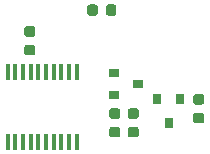
<source format=gbr>
G04 #@! TF.GenerationSoftware,KiCad,Pcbnew,(5.1.2)-2*
G04 #@! TF.CreationDate,2020-03-05T19:43:02-05:00*
G04 #@! TF.ProjectId,AddressableLED,41646472-6573-4736-9162-6c654c45442e,rev?*
G04 #@! TF.SameCoordinates,Original*
G04 #@! TF.FileFunction,Paste,Bot*
G04 #@! TF.FilePolarity,Positive*
%FSLAX46Y46*%
G04 Gerber Fmt 4.6, Leading zero omitted, Abs format (unit mm)*
G04 Created by KiCad (PCBNEW (5.1.2)-2) date 2020-03-05 19:43:02*
%MOMM*%
%LPD*%
G04 APERTURE LIST*
%ADD10C,0.100000*%
%ADD11C,0.875000*%
%ADD12R,0.450000X1.450000*%
%ADD13R,0.900000X0.800000*%
%ADD14R,0.800000X0.900000*%
G04 APERTURE END LIST*
D10*
G36*
X139227691Y-102976053D02*
G01*
X139248926Y-102979203D01*
X139269750Y-102984419D01*
X139289962Y-102991651D01*
X139309368Y-103000830D01*
X139327781Y-103011866D01*
X139345024Y-103024654D01*
X139360930Y-103039070D01*
X139375346Y-103054976D01*
X139388134Y-103072219D01*
X139399170Y-103090632D01*
X139408349Y-103110038D01*
X139415581Y-103130250D01*
X139420797Y-103151074D01*
X139423947Y-103172309D01*
X139425000Y-103193750D01*
X139425000Y-103631250D01*
X139423947Y-103652691D01*
X139420797Y-103673926D01*
X139415581Y-103694750D01*
X139408349Y-103714962D01*
X139399170Y-103734368D01*
X139388134Y-103752781D01*
X139375346Y-103770024D01*
X139360930Y-103785930D01*
X139345024Y-103800346D01*
X139327781Y-103813134D01*
X139309368Y-103824170D01*
X139289962Y-103833349D01*
X139269750Y-103840581D01*
X139248926Y-103845797D01*
X139227691Y-103848947D01*
X139206250Y-103850000D01*
X138693750Y-103850000D01*
X138672309Y-103848947D01*
X138651074Y-103845797D01*
X138630250Y-103840581D01*
X138610038Y-103833349D01*
X138590632Y-103824170D01*
X138572219Y-103813134D01*
X138554976Y-103800346D01*
X138539070Y-103785930D01*
X138524654Y-103770024D01*
X138511866Y-103752781D01*
X138500830Y-103734368D01*
X138491651Y-103714962D01*
X138484419Y-103694750D01*
X138479203Y-103673926D01*
X138476053Y-103652691D01*
X138475000Y-103631250D01*
X138475000Y-103193750D01*
X138476053Y-103172309D01*
X138479203Y-103151074D01*
X138484419Y-103130250D01*
X138491651Y-103110038D01*
X138500830Y-103090632D01*
X138511866Y-103072219D01*
X138524654Y-103054976D01*
X138539070Y-103039070D01*
X138554976Y-103024654D01*
X138572219Y-103011866D01*
X138590632Y-103000830D01*
X138610038Y-102991651D01*
X138630250Y-102984419D01*
X138651074Y-102979203D01*
X138672309Y-102976053D01*
X138693750Y-102975000D01*
X139206250Y-102975000D01*
X139227691Y-102976053D01*
X139227691Y-102976053D01*
G37*
D11*
X138950000Y-103412500D03*
D10*
G36*
X139227691Y-104551053D02*
G01*
X139248926Y-104554203D01*
X139269750Y-104559419D01*
X139289962Y-104566651D01*
X139309368Y-104575830D01*
X139327781Y-104586866D01*
X139345024Y-104599654D01*
X139360930Y-104614070D01*
X139375346Y-104629976D01*
X139388134Y-104647219D01*
X139399170Y-104665632D01*
X139408349Y-104685038D01*
X139415581Y-104705250D01*
X139420797Y-104726074D01*
X139423947Y-104747309D01*
X139425000Y-104768750D01*
X139425000Y-105206250D01*
X139423947Y-105227691D01*
X139420797Y-105248926D01*
X139415581Y-105269750D01*
X139408349Y-105289962D01*
X139399170Y-105309368D01*
X139388134Y-105327781D01*
X139375346Y-105345024D01*
X139360930Y-105360930D01*
X139345024Y-105375346D01*
X139327781Y-105388134D01*
X139309368Y-105399170D01*
X139289962Y-105408349D01*
X139269750Y-105415581D01*
X139248926Y-105420797D01*
X139227691Y-105423947D01*
X139206250Y-105425000D01*
X138693750Y-105425000D01*
X138672309Y-105423947D01*
X138651074Y-105420797D01*
X138630250Y-105415581D01*
X138610038Y-105408349D01*
X138590632Y-105399170D01*
X138572219Y-105388134D01*
X138554976Y-105375346D01*
X138539070Y-105360930D01*
X138524654Y-105345024D01*
X138511866Y-105327781D01*
X138500830Y-105309368D01*
X138491651Y-105289962D01*
X138484419Y-105269750D01*
X138479203Y-105248926D01*
X138476053Y-105227691D01*
X138475000Y-105206250D01*
X138475000Y-104768750D01*
X138476053Y-104747309D01*
X138479203Y-104726074D01*
X138484419Y-104705250D01*
X138491651Y-104685038D01*
X138500830Y-104665632D01*
X138511866Y-104647219D01*
X138524654Y-104629976D01*
X138539070Y-104614070D01*
X138554976Y-104599654D01*
X138572219Y-104586866D01*
X138590632Y-104575830D01*
X138610038Y-104566651D01*
X138630250Y-104559419D01*
X138651074Y-104554203D01*
X138672309Y-104551053D01*
X138693750Y-104550000D01*
X139206250Y-104550000D01*
X139227691Y-104551053D01*
X139227691Y-104551053D01*
G37*
D11*
X138950000Y-104987500D03*
D10*
G36*
X146077691Y-101126053D02*
G01*
X146098926Y-101129203D01*
X146119750Y-101134419D01*
X146139962Y-101141651D01*
X146159368Y-101150830D01*
X146177781Y-101161866D01*
X146195024Y-101174654D01*
X146210930Y-101189070D01*
X146225346Y-101204976D01*
X146238134Y-101222219D01*
X146249170Y-101240632D01*
X146258349Y-101260038D01*
X146265581Y-101280250D01*
X146270797Y-101301074D01*
X146273947Y-101322309D01*
X146275000Y-101343750D01*
X146275000Y-101856250D01*
X146273947Y-101877691D01*
X146270797Y-101898926D01*
X146265581Y-101919750D01*
X146258349Y-101939962D01*
X146249170Y-101959368D01*
X146238134Y-101977781D01*
X146225346Y-101995024D01*
X146210930Y-102010930D01*
X146195024Y-102025346D01*
X146177781Y-102038134D01*
X146159368Y-102049170D01*
X146139962Y-102058349D01*
X146119750Y-102065581D01*
X146098926Y-102070797D01*
X146077691Y-102073947D01*
X146056250Y-102075000D01*
X145618750Y-102075000D01*
X145597309Y-102073947D01*
X145576074Y-102070797D01*
X145555250Y-102065581D01*
X145535038Y-102058349D01*
X145515632Y-102049170D01*
X145497219Y-102038134D01*
X145479976Y-102025346D01*
X145464070Y-102010930D01*
X145449654Y-101995024D01*
X145436866Y-101977781D01*
X145425830Y-101959368D01*
X145416651Y-101939962D01*
X145409419Y-101919750D01*
X145404203Y-101898926D01*
X145401053Y-101877691D01*
X145400000Y-101856250D01*
X145400000Y-101343750D01*
X145401053Y-101322309D01*
X145404203Y-101301074D01*
X145409419Y-101280250D01*
X145416651Y-101260038D01*
X145425830Y-101240632D01*
X145436866Y-101222219D01*
X145449654Y-101204976D01*
X145464070Y-101189070D01*
X145479976Y-101174654D01*
X145497219Y-101161866D01*
X145515632Y-101150830D01*
X145535038Y-101141651D01*
X145555250Y-101134419D01*
X145576074Y-101129203D01*
X145597309Y-101126053D01*
X145618750Y-101125000D01*
X146056250Y-101125000D01*
X146077691Y-101126053D01*
X146077691Y-101126053D01*
G37*
D11*
X145837500Y-101600000D03*
D10*
G36*
X144502691Y-101126053D02*
G01*
X144523926Y-101129203D01*
X144544750Y-101134419D01*
X144564962Y-101141651D01*
X144584368Y-101150830D01*
X144602781Y-101161866D01*
X144620024Y-101174654D01*
X144635930Y-101189070D01*
X144650346Y-101204976D01*
X144663134Y-101222219D01*
X144674170Y-101240632D01*
X144683349Y-101260038D01*
X144690581Y-101280250D01*
X144695797Y-101301074D01*
X144698947Y-101322309D01*
X144700000Y-101343750D01*
X144700000Y-101856250D01*
X144698947Y-101877691D01*
X144695797Y-101898926D01*
X144690581Y-101919750D01*
X144683349Y-101939962D01*
X144674170Y-101959368D01*
X144663134Y-101977781D01*
X144650346Y-101995024D01*
X144635930Y-102010930D01*
X144620024Y-102025346D01*
X144602781Y-102038134D01*
X144584368Y-102049170D01*
X144564962Y-102058349D01*
X144544750Y-102065581D01*
X144523926Y-102070797D01*
X144502691Y-102073947D01*
X144481250Y-102075000D01*
X144043750Y-102075000D01*
X144022309Y-102073947D01*
X144001074Y-102070797D01*
X143980250Y-102065581D01*
X143960038Y-102058349D01*
X143940632Y-102049170D01*
X143922219Y-102038134D01*
X143904976Y-102025346D01*
X143889070Y-102010930D01*
X143874654Y-101995024D01*
X143861866Y-101977781D01*
X143850830Y-101959368D01*
X143841651Y-101939962D01*
X143834419Y-101919750D01*
X143829203Y-101898926D01*
X143826053Y-101877691D01*
X143825000Y-101856250D01*
X143825000Y-101343750D01*
X143826053Y-101322309D01*
X143829203Y-101301074D01*
X143834419Y-101280250D01*
X143841651Y-101260038D01*
X143850830Y-101240632D01*
X143861866Y-101222219D01*
X143874654Y-101204976D01*
X143889070Y-101189070D01*
X143904976Y-101174654D01*
X143922219Y-101161866D01*
X143940632Y-101150830D01*
X143960038Y-101141651D01*
X143980250Y-101134419D01*
X144001074Y-101129203D01*
X144022309Y-101126053D01*
X144043750Y-101125000D01*
X144481250Y-101125000D01*
X144502691Y-101126053D01*
X144502691Y-101126053D01*
G37*
D11*
X144262500Y-101600000D03*
D12*
X137075000Y-112750000D03*
X137725000Y-112750000D03*
X138375000Y-112750000D03*
X139025000Y-112750000D03*
X139675000Y-112750000D03*
X140325000Y-112750000D03*
X140975000Y-112750000D03*
X141625000Y-112750000D03*
X142275000Y-112750000D03*
X142925000Y-112750000D03*
X142925000Y-106850000D03*
X142275000Y-106850000D03*
X141625000Y-106850000D03*
X140975000Y-106850000D03*
X140325000Y-106850000D03*
X139675000Y-106850000D03*
X139025000Y-106850000D03*
X138375000Y-106850000D03*
X137725000Y-106850000D03*
X137075000Y-106850000D03*
D10*
G36*
X146427691Y-111501053D02*
G01*
X146448926Y-111504203D01*
X146469750Y-111509419D01*
X146489962Y-111516651D01*
X146509368Y-111525830D01*
X146527781Y-111536866D01*
X146545024Y-111549654D01*
X146560930Y-111564070D01*
X146575346Y-111579976D01*
X146588134Y-111597219D01*
X146599170Y-111615632D01*
X146608349Y-111635038D01*
X146615581Y-111655250D01*
X146620797Y-111676074D01*
X146623947Y-111697309D01*
X146625000Y-111718750D01*
X146625000Y-112156250D01*
X146623947Y-112177691D01*
X146620797Y-112198926D01*
X146615581Y-112219750D01*
X146608349Y-112239962D01*
X146599170Y-112259368D01*
X146588134Y-112277781D01*
X146575346Y-112295024D01*
X146560930Y-112310930D01*
X146545024Y-112325346D01*
X146527781Y-112338134D01*
X146509368Y-112349170D01*
X146489962Y-112358349D01*
X146469750Y-112365581D01*
X146448926Y-112370797D01*
X146427691Y-112373947D01*
X146406250Y-112375000D01*
X145893750Y-112375000D01*
X145872309Y-112373947D01*
X145851074Y-112370797D01*
X145830250Y-112365581D01*
X145810038Y-112358349D01*
X145790632Y-112349170D01*
X145772219Y-112338134D01*
X145754976Y-112325346D01*
X145739070Y-112310930D01*
X145724654Y-112295024D01*
X145711866Y-112277781D01*
X145700830Y-112259368D01*
X145691651Y-112239962D01*
X145684419Y-112219750D01*
X145679203Y-112198926D01*
X145676053Y-112177691D01*
X145675000Y-112156250D01*
X145675000Y-111718750D01*
X145676053Y-111697309D01*
X145679203Y-111676074D01*
X145684419Y-111655250D01*
X145691651Y-111635038D01*
X145700830Y-111615632D01*
X145711866Y-111597219D01*
X145724654Y-111579976D01*
X145739070Y-111564070D01*
X145754976Y-111549654D01*
X145772219Y-111536866D01*
X145790632Y-111525830D01*
X145810038Y-111516651D01*
X145830250Y-111509419D01*
X145851074Y-111504203D01*
X145872309Y-111501053D01*
X145893750Y-111500000D01*
X146406250Y-111500000D01*
X146427691Y-111501053D01*
X146427691Y-111501053D01*
G37*
D11*
X146150000Y-111937500D03*
D10*
G36*
X146427691Y-109926053D02*
G01*
X146448926Y-109929203D01*
X146469750Y-109934419D01*
X146489962Y-109941651D01*
X146509368Y-109950830D01*
X146527781Y-109961866D01*
X146545024Y-109974654D01*
X146560930Y-109989070D01*
X146575346Y-110004976D01*
X146588134Y-110022219D01*
X146599170Y-110040632D01*
X146608349Y-110060038D01*
X146615581Y-110080250D01*
X146620797Y-110101074D01*
X146623947Y-110122309D01*
X146625000Y-110143750D01*
X146625000Y-110581250D01*
X146623947Y-110602691D01*
X146620797Y-110623926D01*
X146615581Y-110644750D01*
X146608349Y-110664962D01*
X146599170Y-110684368D01*
X146588134Y-110702781D01*
X146575346Y-110720024D01*
X146560930Y-110735930D01*
X146545024Y-110750346D01*
X146527781Y-110763134D01*
X146509368Y-110774170D01*
X146489962Y-110783349D01*
X146469750Y-110790581D01*
X146448926Y-110795797D01*
X146427691Y-110798947D01*
X146406250Y-110800000D01*
X145893750Y-110800000D01*
X145872309Y-110798947D01*
X145851074Y-110795797D01*
X145830250Y-110790581D01*
X145810038Y-110783349D01*
X145790632Y-110774170D01*
X145772219Y-110763134D01*
X145754976Y-110750346D01*
X145739070Y-110735930D01*
X145724654Y-110720024D01*
X145711866Y-110702781D01*
X145700830Y-110684368D01*
X145691651Y-110664962D01*
X145684419Y-110644750D01*
X145679203Y-110623926D01*
X145676053Y-110602691D01*
X145675000Y-110581250D01*
X145675000Y-110143750D01*
X145676053Y-110122309D01*
X145679203Y-110101074D01*
X145684419Y-110080250D01*
X145691651Y-110060038D01*
X145700830Y-110040632D01*
X145711866Y-110022219D01*
X145724654Y-110004976D01*
X145739070Y-109989070D01*
X145754976Y-109974654D01*
X145772219Y-109961866D01*
X145790632Y-109950830D01*
X145810038Y-109941651D01*
X145830250Y-109934419D01*
X145851074Y-109929203D01*
X145872309Y-109926053D01*
X145893750Y-109925000D01*
X146406250Y-109925000D01*
X146427691Y-109926053D01*
X146427691Y-109926053D01*
G37*
D11*
X146150000Y-110362500D03*
D13*
X148100000Y-107850000D03*
X146100000Y-106900000D03*
X146100000Y-108800000D03*
D14*
X150700000Y-111150000D03*
X151650000Y-109150000D03*
X149750000Y-109150000D03*
D10*
G36*
X147977691Y-111501053D02*
G01*
X147998926Y-111504203D01*
X148019750Y-111509419D01*
X148039962Y-111516651D01*
X148059368Y-111525830D01*
X148077781Y-111536866D01*
X148095024Y-111549654D01*
X148110930Y-111564070D01*
X148125346Y-111579976D01*
X148138134Y-111597219D01*
X148149170Y-111615632D01*
X148158349Y-111635038D01*
X148165581Y-111655250D01*
X148170797Y-111676074D01*
X148173947Y-111697309D01*
X148175000Y-111718750D01*
X148175000Y-112156250D01*
X148173947Y-112177691D01*
X148170797Y-112198926D01*
X148165581Y-112219750D01*
X148158349Y-112239962D01*
X148149170Y-112259368D01*
X148138134Y-112277781D01*
X148125346Y-112295024D01*
X148110930Y-112310930D01*
X148095024Y-112325346D01*
X148077781Y-112338134D01*
X148059368Y-112349170D01*
X148039962Y-112358349D01*
X148019750Y-112365581D01*
X147998926Y-112370797D01*
X147977691Y-112373947D01*
X147956250Y-112375000D01*
X147443750Y-112375000D01*
X147422309Y-112373947D01*
X147401074Y-112370797D01*
X147380250Y-112365581D01*
X147360038Y-112358349D01*
X147340632Y-112349170D01*
X147322219Y-112338134D01*
X147304976Y-112325346D01*
X147289070Y-112310930D01*
X147274654Y-112295024D01*
X147261866Y-112277781D01*
X147250830Y-112259368D01*
X147241651Y-112239962D01*
X147234419Y-112219750D01*
X147229203Y-112198926D01*
X147226053Y-112177691D01*
X147225000Y-112156250D01*
X147225000Y-111718750D01*
X147226053Y-111697309D01*
X147229203Y-111676074D01*
X147234419Y-111655250D01*
X147241651Y-111635038D01*
X147250830Y-111615632D01*
X147261866Y-111597219D01*
X147274654Y-111579976D01*
X147289070Y-111564070D01*
X147304976Y-111549654D01*
X147322219Y-111536866D01*
X147340632Y-111525830D01*
X147360038Y-111516651D01*
X147380250Y-111509419D01*
X147401074Y-111504203D01*
X147422309Y-111501053D01*
X147443750Y-111500000D01*
X147956250Y-111500000D01*
X147977691Y-111501053D01*
X147977691Y-111501053D01*
G37*
D11*
X147700000Y-111937500D03*
D10*
G36*
X147977691Y-109926053D02*
G01*
X147998926Y-109929203D01*
X148019750Y-109934419D01*
X148039962Y-109941651D01*
X148059368Y-109950830D01*
X148077781Y-109961866D01*
X148095024Y-109974654D01*
X148110930Y-109989070D01*
X148125346Y-110004976D01*
X148138134Y-110022219D01*
X148149170Y-110040632D01*
X148158349Y-110060038D01*
X148165581Y-110080250D01*
X148170797Y-110101074D01*
X148173947Y-110122309D01*
X148175000Y-110143750D01*
X148175000Y-110581250D01*
X148173947Y-110602691D01*
X148170797Y-110623926D01*
X148165581Y-110644750D01*
X148158349Y-110664962D01*
X148149170Y-110684368D01*
X148138134Y-110702781D01*
X148125346Y-110720024D01*
X148110930Y-110735930D01*
X148095024Y-110750346D01*
X148077781Y-110763134D01*
X148059368Y-110774170D01*
X148039962Y-110783349D01*
X148019750Y-110790581D01*
X147998926Y-110795797D01*
X147977691Y-110798947D01*
X147956250Y-110800000D01*
X147443750Y-110800000D01*
X147422309Y-110798947D01*
X147401074Y-110795797D01*
X147380250Y-110790581D01*
X147360038Y-110783349D01*
X147340632Y-110774170D01*
X147322219Y-110763134D01*
X147304976Y-110750346D01*
X147289070Y-110735930D01*
X147274654Y-110720024D01*
X147261866Y-110702781D01*
X147250830Y-110684368D01*
X147241651Y-110664962D01*
X147234419Y-110644750D01*
X147229203Y-110623926D01*
X147226053Y-110602691D01*
X147225000Y-110581250D01*
X147225000Y-110143750D01*
X147226053Y-110122309D01*
X147229203Y-110101074D01*
X147234419Y-110080250D01*
X147241651Y-110060038D01*
X147250830Y-110040632D01*
X147261866Y-110022219D01*
X147274654Y-110004976D01*
X147289070Y-109989070D01*
X147304976Y-109974654D01*
X147322219Y-109961866D01*
X147340632Y-109950830D01*
X147360038Y-109941651D01*
X147380250Y-109934419D01*
X147401074Y-109929203D01*
X147422309Y-109926053D01*
X147443750Y-109925000D01*
X147956250Y-109925000D01*
X147977691Y-109926053D01*
X147977691Y-109926053D01*
G37*
D11*
X147700000Y-110362500D03*
D10*
G36*
X153527691Y-110301053D02*
G01*
X153548926Y-110304203D01*
X153569750Y-110309419D01*
X153589962Y-110316651D01*
X153609368Y-110325830D01*
X153627781Y-110336866D01*
X153645024Y-110349654D01*
X153660930Y-110364070D01*
X153675346Y-110379976D01*
X153688134Y-110397219D01*
X153699170Y-110415632D01*
X153708349Y-110435038D01*
X153715581Y-110455250D01*
X153720797Y-110476074D01*
X153723947Y-110497309D01*
X153725000Y-110518750D01*
X153725000Y-110956250D01*
X153723947Y-110977691D01*
X153720797Y-110998926D01*
X153715581Y-111019750D01*
X153708349Y-111039962D01*
X153699170Y-111059368D01*
X153688134Y-111077781D01*
X153675346Y-111095024D01*
X153660930Y-111110930D01*
X153645024Y-111125346D01*
X153627781Y-111138134D01*
X153609368Y-111149170D01*
X153589962Y-111158349D01*
X153569750Y-111165581D01*
X153548926Y-111170797D01*
X153527691Y-111173947D01*
X153506250Y-111175000D01*
X152993750Y-111175000D01*
X152972309Y-111173947D01*
X152951074Y-111170797D01*
X152930250Y-111165581D01*
X152910038Y-111158349D01*
X152890632Y-111149170D01*
X152872219Y-111138134D01*
X152854976Y-111125346D01*
X152839070Y-111110930D01*
X152824654Y-111095024D01*
X152811866Y-111077781D01*
X152800830Y-111059368D01*
X152791651Y-111039962D01*
X152784419Y-111019750D01*
X152779203Y-110998926D01*
X152776053Y-110977691D01*
X152775000Y-110956250D01*
X152775000Y-110518750D01*
X152776053Y-110497309D01*
X152779203Y-110476074D01*
X152784419Y-110455250D01*
X152791651Y-110435038D01*
X152800830Y-110415632D01*
X152811866Y-110397219D01*
X152824654Y-110379976D01*
X152839070Y-110364070D01*
X152854976Y-110349654D01*
X152872219Y-110336866D01*
X152890632Y-110325830D01*
X152910038Y-110316651D01*
X152930250Y-110309419D01*
X152951074Y-110304203D01*
X152972309Y-110301053D01*
X152993750Y-110300000D01*
X153506250Y-110300000D01*
X153527691Y-110301053D01*
X153527691Y-110301053D01*
G37*
D11*
X153250000Y-110737500D03*
D10*
G36*
X153527691Y-108726053D02*
G01*
X153548926Y-108729203D01*
X153569750Y-108734419D01*
X153589962Y-108741651D01*
X153609368Y-108750830D01*
X153627781Y-108761866D01*
X153645024Y-108774654D01*
X153660930Y-108789070D01*
X153675346Y-108804976D01*
X153688134Y-108822219D01*
X153699170Y-108840632D01*
X153708349Y-108860038D01*
X153715581Y-108880250D01*
X153720797Y-108901074D01*
X153723947Y-108922309D01*
X153725000Y-108943750D01*
X153725000Y-109381250D01*
X153723947Y-109402691D01*
X153720797Y-109423926D01*
X153715581Y-109444750D01*
X153708349Y-109464962D01*
X153699170Y-109484368D01*
X153688134Y-109502781D01*
X153675346Y-109520024D01*
X153660930Y-109535930D01*
X153645024Y-109550346D01*
X153627781Y-109563134D01*
X153609368Y-109574170D01*
X153589962Y-109583349D01*
X153569750Y-109590581D01*
X153548926Y-109595797D01*
X153527691Y-109598947D01*
X153506250Y-109600000D01*
X152993750Y-109600000D01*
X152972309Y-109598947D01*
X152951074Y-109595797D01*
X152930250Y-109590581D01*
X152910038Y-109583349D01*
X152890632Y-109574170D01*
X152872219Y-109563134D01*
X152854976Y-109550346D01*
X152839070Y-109535930D01*
X152824654Y-109520024D01*
X152811866Y-109502781D01*
X152800830Y-109484368D01*
X152791651Y-109464962D01*
X152784419Y-109444750D01*
X152779203Y-109423926D01*
X152776053Y-109402691D01*
X152775000Y-109381250D01*
X152775000Y-108943750D01*
X152776053Y-108922309D01*
X152779203Y-108901074D01*
X152784419Y-108880250D01*
X152791651Y-108860038D01*
X152800830Y-108840632D01*
X152811866Y-108822219D01*
X152824654Y-108804976D01*
X152839070Y-108789070D01*
X152854976Y-108774654D01*
X152872219Y-108761866D01*
X152890632Y-108750830D01*
X152910038Y-108741651D01*
X152930250Y-108734419D01*
X152951074Y-108729203D01*
X152972309Y-108726053D01*
X152993750Y-108725000D01*
X153506250Y-108725000D01*
X153527691Y-108726053D01*
X153527691Y-108726053D01*
G37*
D11*
X153250000Y-109162500D03*
M02*

</source>
